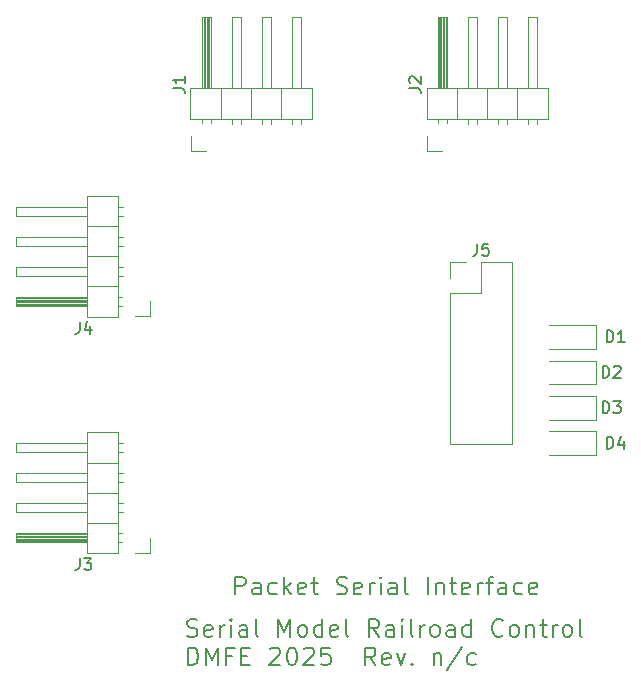
<source format=gbr>
%TF.GenerationSoftware,KiCad,Pcbnew,9.0.0*%
%TF.CreationDate,2025-03-24T14:11:43-07:00*%
%TF.ProjectId,SMRRC_PacketSerial,534d5252-435f-4506-9163-6b6574536572,n/c*%
%TF.SameCoordinates,Original*%
%TF.FileFunction,Legend,Top*%
%TF.FilePolarity,Positive*%
%FSLAX46Y46*%
G04 Gerber Fmt 4.6, Leading zero omitted, Abs format (unit mm)*
G04 Created by KiCad (PCBNEW 9.0.0) date 2025-03-24 14:11:43*
%MOMM*%
%LPD*%
G01*
G04 APERTURE LIST*
%ADD10C,0.187500*%
%ADD11C,0.150000*%
%ADD12C,0.120000*%
G04 APERTURE END LIST*
D10*
X113480497Y-93806678D02*
X113480497Y-92306678D01*
X113480497Y-92306678D02*
X114051926Y-92306678D01*
X114051926Y-92306678D02*
X114194783Y-92378107D01*
X114194783Y-92378107D02*
X114266212Y-92449535D01*
X114266212Y-92449535D02*
X114337640Y-92592392D01*
X114337640Y-92592392D02*
X114337640Y-92806678D01*
X114337640Y-92806678D02*
X114266212Y-92949535D01*
X114266212Y-92949535D02*
X114194783Y-93020964D01*
X114194783Y-93020964D02*
X114051926Y-93092392D01*
X114051926Y-93092392D02*
X113480497Y-93092392D01*
X115623355Y-93806678D02*
X115623355Y-93020964D01*
X115623355Y-93020964D02*
X115551926Y-92878107D01*
X115551926Y-92878107D02*
X115409069Y-92806678D01*
X115409069Y-92806678D02*
X115123355Y-92806678D01*
X115123355Y-92806678D02*
X114980497Y-92878107D01*
X115623355Y-93735250D02*
X115480497Y-93806678D01*
X115480497Y-93806678D02*
X115123355Y-93806678D01*
X115123355Y-93806678D02*
X114980497Y-93735250D01*
X114980497Y-93735250D02*
X114909069Y-93592392D01*
X114909069Y-93592392D02*
X114909069Y-93449535D01*
X114909069Y-93449535D02*
X114980497Y-93306678D01*
X114980497Y-93306678D02*
X115123355Y-93235250D01*
X115123355Y-93235250D02*
X115480497Y-93235250D01*
X115480497Y-93235250D02*
X115623355Y-93163821D01*
X116980498Y-93735250D02*
X116837640Y-93806678D01*
X116837640Y-93806678D02*
X116551926Y-93806678D01*
X116551926Y-93806678D02*
X116409069Y-93735250D01*
X116409069Y-93735250D02*
X116337640Y-93663821D01*
X116337640Y-93663821D02*
X116266212Y-93520964D01*
X116266212Y-93520964D02*
X116266212Y-93092392D01*
X116266212Y-93092392D02*
X116337640Y-92949535D01*
X116337640Y-92949535D02*
X116409069Y-92878107D01*
X116409069Y-92878107D02*
X116551926Y-92806678D01*
X116551926Y-92806678D02*
X116837640Y-92806678D01*
X116837640Y-92806678D02*
X116980498Y-92878107D01*
X117623354Y-93806678D02*
X117623354Y-92306678D01*
X117766212Y-93235250D02*
X118194783Y-93806678D01*
X118194783Y-92806678D02*
X117623354Y-93378107D01*
X119409069Y-93735250D02*
X119266212Y-93806678D01*
X119266212Y-93806678D02*
X118980498Y-93806678D01*
X118980498Y-93806678D02*
X118837640Y-93735250D01*
X118837640Y-93735250D02*
X118766212Y-93592392D01*
X118766212Y-93592392D02*
X118766212Y-93020964D01*
X118766212Y-93020964D02*
X118837640Y-92878107D01*
X118837640Y-92878107D02*
X118980498Y-92806678D01*
X118980498Y-92806678D02*
X119266212Y-92806678D01*
X119266212Y-92806678D02*
X119409069Y-92878107D01*
X119409069Y-92878107D02*
X119480498Y-93020964D01*
X119480498Y-93020964D02*
X119480498Y-93163821D01*
X119480498Y-93163821D02*
X118766212Y-93306678D01*
X119909069Y-92806678D02*
X120480497Y-92806678D01*
X120123354Y-92306678D02*
X120123354Y-93592392D01*
X120123354Y-93592392D02*
X120194783Y-93735250D01*
X120194783Y-93735250D02*
X120337640Y-93806678D01*
X120337640Y-93806678D02*
X120480497Y-93806678D01*
X122051926Y-93735250D02*
X122266212Y-93806678D01*
X122266212Y-93806678D02*
X122623354Y-93806678D01*
X122623354Y-93806678D02*
X122766212Y-93735250D01*
X122766212Y-93735250D02*
X122837640Y-93663821D01*
X122837640Y-93663821D02*
X122909069Y-93520964D01*
X122909069Y-93520964D02*
X122909069Y-93378107D01*
X122909069Y-93378107D02*
X122837640Y-93235250D01*
X122837640Y-93235250D02*
X122766212Y-93163821D01*
X122766212Y-93163821D02*
X122623354Y-93092392D01*
X122623354Y-93092392D02*
X122337640Y-93020964D01*
X122337640Y-93020964D02*
X122194783Y-92949535D01*
X122194783Y-92949535D02*
X122123354Y-92878107D01*
X122123354Y-92878107D02*
X122051926Y-92735250D01*
X122051926Y-92735250D02*
X122051926Y-92592392D01*
X122051926Y-92592392D02*
X122123354Y-92449535D01*
X122123354Y-92449535D02*
X122194783Y-92378107D01*
X122194783Y-92378107D02*
X122337640Y-92306678D01*
X122337640Y-92306678D02*
X122694783Y-92306678D01*
X122694783Y-92306678D02*
X122909069Y-92378107D01*
X124123354Y-93735250D02*
X123980497Y-93806678D01*
X123980497Y-93806678D02*
X123694783Y-93806678D01*
X123694783Y-93806678D02*
X123551925Y-93735250D01*
X123551925Y-93735250D02*
X123480497Y-93592392D01*
X123480497Y-93592392D02*
X123480497Y-93020964D01*
X123480497Y-93020964D02*
X123551925Y-92878107D01*
X123551925Y-92878107D02*
X123694783Y-92806678D01*
X123694783Y-92806678D02*
X123980497Y-92806678D01*
X123980497Y-92806678D02*
X124123354Y-92878107D01*
X124123354Y-92878107D02*
X124194783Y-93020964D01*
X124194783Y-93020964D02*
X124194783Y-93163821D01*
X124194783Y-93163821D02*
X123480497Y-93306678D01*
X124837639Y-93806678D02*
X124837639Y-92806678D01*
X124837639Y-93092392D02*
X124909068Y-92949535D01*
X124909068Y-92949535D02*
X124980497Y-92878107D01*
X124980497Y-92878107D02*
X125123354Y-92806678D01*
X125123354Y-92806678D02*
X125266211Y-92806678D01*
X125766210Y-93806678D02*
X125766210Y-92806678D01*
X125766210Y-92306678D02*
X125694782Y-92378107D01*
X125694782Y-92378107D02*
X125766210Y-92449535D01*
X125766210Y-92449535D02*
X125837639Y-92378107D01*
X125837639Y-92378107D02*
X125766210Y-92306678D01*
X125766210Y-92306678D02*
X125766210Y-92449535D01*
X127123354Y-93806678D02*
X127123354Y-93020964D01*
X127123354Y-93020964D02*
X127051925Y-92878107D01*
X127051925Y-92878107D02*
X126909068Y-92806678D01*
X126909068Y-92806678D02*
X126623354Y-92806678D01*
X126623354Y-92806678D02*
X126480496Y-92878107D01*
X127123354Y-93735250D02*
X126980496Y-93806678D01*
X126980496Y-93806678D02*
X126623354Y-93806678D01*
X126623354Y-93806678D02*
X126480496Y-93735250D01*
X126480496Y-93735250D02*
X126409068Y-93592392D01*
X126409068Y-93592392D02*
X126409068Y-93449535D01*
X126409068Y-93449535D02*
X126480496Y-93306678D01*
X126480496Y-93306678D02*
X126623354Y-93235250D01*
X126623354Y-93235250D02*
X126980496Y-93235250D01*
X126980496Y-93235250D02*
X127123354Y-93163821D01*
X128051925Y-93806678D02*
X127909068Y-93735250D01*
X127909068Y-93735250D02*
X127837639Y-93592392D01*
X127837639Y-93592392D02*
X127837639Y-92306678D01*
X129766210Y-93806678D02*
X129766210Y-92306678D01*
X130480496Y-92806678D02*
X130480496Y-93806678D01*
X130480496Y-92949535D02*
X130551925Y-92878107D01*
X130551925Y-92878107D02*
X130694782Y-92806678D01*
X130694782Y-92806678D02*
X130909068Y-92806678D01*
X130909068Y-92806678D02*
X131051925Y-92878107D01*
X131051925Y-92878107D02*
X131123354Y-93020964D01*
X131123354Y-93020964D02*
X131123354Y-93806678D01*
X131623354Y-92806678D02*
X132194782Y-92806678D01*
X131837639Y-92306678D02*
X131837639Y-93592392D01*
X131837639Y-93592392D02*
X131909068Y-93735250D01*
X131909068Y-93735250D02*
X132051925Y-93806678D01*
X132051925Y-93806678D02*
X132194782Y-93806678D01*
X133266211Y-93735250D02*
X133123354Y-93806678D01*
X133123354Y-93806678D02*
X132837640Y-93806678D01*
X132837640Y-93806678D02*
X132694782Y-93735250D01*
X132694782Y-93735250D02*
X132623354Y-93592392D01*
X132623354Y-93592392D02*
X132623354Y-93020964D01*
X132623354Y-93020964D02*
X132694782Y-92878107D01*
X132694782Y-92878107D02*
X132837640Y-92806678D01*
X132837640Y-92806678D02*
X133123354Y-92806678D01*
X133123354Y-92806678D02*
X133266211Y-92878107D01*
X133266211Y-92878107D02*
X133337640Y-93020964D01*
X133337640Y-93020964D02*
X133337640Y-93163821D01*
X133337640Y-93163821D02*
X132623354Y-93306678D01*
X133980496Y-93806678D02*
X133980496Y-92806678D01*
X133980496Y-93092392D02*
X134051925Y-92949535D01*
X134051925Y-92949535D02*
X134123354Y-92878107D01*
X134123354Y-92878107D02*
X134266211Y-92806678D01*
X134266211Y-92806678D02*
X134409068Y-92806678D01*
X134694782Y-92806678D02*
X135266210Y-92806678D01*
X134909067Y-93806678D02*
X134909067Y-92520964D01*
X134909067Y-92520964D02*
X134980496Y-92378107D01*
X134980496Y-92378107D02*
X135123353Y-92306678D01*
X135123353Y-92306678D02*
X135266210Y-92306678D01*
X136409068Y-93806678D02*
X136409068Y-93020964D01*
X136409068Y-93020964D02*
X136337639Y-92878107D01*
X136337639Y-92878107D02*
X136194782Y-92806678D01*
X136194782Y-92806678D02*
X135909068Y-92806678D01*
X135909068Y-92806678D02*
X135766210Y-92878107D01*
X136409068Y-93735250D02*
X136266210Y-93806678D01*
X136266210Y-93806678D02*
X135909068Y-93806678D01*
X135909068Y-93806678D02*
X135766210Y-93735250D01*
X135766210Y-93735250D02*
X135694782Y-93592392D01*
X135694782Y-93592392D02*
X135694782Y-93449535D01*
X135694782Y-93449535D02*
X135766210Y-93306678D01*
X135766210Y-93306678D02*
X135909068Y-93235250D01*
X135909068Y-93235250D02*
X136266210Y-93235250D01*
X136266210Y-93235250D02*
X136409068Y-93163821D01*
X137766211Y-93735250D02*
X137623353Y-93806678D01*
X137623353Y-93806678D02*
X137337639Y-93806678D01*
X137337639Y-93806678D02*
X137194782Y-93735250D01*
X137194782Y-93735250D02*
X137123353Y-93663821D01*
X137123353Y-93663821D02*
X137051925Y-93520964D01*
X137051925Y-93520964D02*
X137051925Y-93092392D01*
X137051925Y-93092392D02*
X137123353Y-92949535D01*
X137123353Y-92949535D02*
X137194782Y-92878107D01*
X137194782Y-92878107D02*
X137337639Y-92806678D01*
X137337639Y-92806678D02*
X137623353Y-92806678D01*
X137623353Y-92806678D02*
X137766211Y-92878107D01*
X138980496Y-93735250D02*
X138837639Y-93806678D01*
X138837639Y-93806678D02*
X138551925Y-93806678D01*
X138551925Y-93806678D02*
X138409067Y-93735250D01*
X138409067Y-93735250D02*
X138337639Y-93592392D01*
X138337639Y-93592392D02*
X138337639Y-93020964D01*
X138337639Y-93020964D02*
X138409067Y-92878107D01*
X138409067Y-92878107D02*
X138551925Y-92806678D01*
X138551925Y-92806678D02*
X138837639Y-92806678D01*
X138837639Y-92806678D02*
X138980496Y-92878107D01*
X138980496Y-92878107D02*
X139051925Y-93020964D01*
X139051925Y-93020964D02*
X139051925Y-93163821D01*
X139051925Y-93163821D02*
X138337639Y-93306678D01*
X109409069Y-97320334D02*
X109623355Y-97391762D01*
X109623355Y-97391762D02*
X109980497Y-97391762D01*
X109980497Y-97391762D02*
X110123355Y-97320334D01*
X110123355Y-97320334D02*
X110194783Y-97248905D01*
X110194783Y-97248905D02*
X110266212Y-97106048D01*
X110266212Y-97106048D02*
X110266212Y-96963191D01*
X110266212Y-96963191D02*
X110194783Y-96820334D01*
X110194783Y-96820334D02*
X110123355Y-96748905D01*
X110123355Y-96748905D02*
X109980497Y-96677476D01*
X109980497Y-96677476D02*
X109694783Y-96606048D01*
X109694783Y-96606048D02*
X109551926Y-96534619D01*
X109551926Y-96534619D02*
X109480497Y-96463191D01*
X109480497Y-96463191D02*
X109409069Y-96320334D01*
X109409069Y-96320334D02*
X109409069Y-96177476D01*
X109409069Y-96177476D02*
X109480497Y-96034619D01*
X109480497Y-96034619D02*
X109551926Y-95963191D01*
X109551926Y-95963191D02*
X109694783Y-95891762D01*
X109694783Y-95891762D02*
X110051926Y-95891762D01*
X110051926Y-95891762D02*
X110266212Y-95963191D01*
X111480497Y-97320334D02*
X111337640Y-97391762D01*
X111337640Y-97391762D02*
X111051926Y-97391762D01*
X111051926Y-97391762D02*
X110909068Y-97320334D01*
X110909068Y-97320334D02*
X110837640Y-97177476D01*
X110837640Y-97177476D02*
X110837640Y-96606048D01*
X110837640Y-96606048D02*
X110909068Y-96463191D01*
X110909068Y-96463191D02*
X111051926Y-96391762D01*
X111051926Y-96391762D02*
X111337640Y-96391762D01*
X111337640Y-96391762D02*
X111480497Y-96463191D01*
X111480497Y-96463191D02*
X111551926Y-96606048D01*
X111551926Y-96606048D02*
X111551926Y-96748905D01*
X111551926Y-96748905D02*
X110837640Y-96891762D01*
X112194782Y-97391762D02*
X112194782Y-96391762D01*
X112194782Y-96677476D02*
X112266211Y-96534619D01*
X112266211Y-96534619D02*
X112337640Y-96463191D01*
X112337640Y-96463191D02*
X112480497Y-96391762D01*
X112480497Y-96391762D02*
X112623354Y-96391762D01*
X113123353Y-97391762D02*
X113123353Y-96391762D01*
X113123353Y-95891762D02*
X113051925Y-95963191D01*
X113051925Y-95963191D02*
X113123353Y-96034619D01*
X113123353Y-96034619D02*
X113194782Y-95963191D01*
X113194782Y-95963191D02*
X113123353Y-95891762D01*
X113123353Y-95891762D02*
X113123353Y-96034619D01*
X114480497Y-97391762D02*
X114480497Y-96606048D01*
X114480497Y-96606048D02*
X114409068Y-96463191D01*
X114409068Y-96463191D02*
X114266211Y-96391762D01*
X114266211Y-96391762D02*
X113980497Y-96391762D01*
X113980497Y-96391762D02*
X113837639Y-96463191D01*
X114480497Y-97320334D02*
X114337639Y-97391762D01*
X114337639Y-97391762D02*
X113980497Y-97391762D01*
X113980497Y-97391762D02*
X113837639Y-97320334D01*
X113837639Y-97320334D02*
X113766211Y-97177476D01*
X113766211Y-97177476D02*
X113766211Y-97034619D01*
X113766211Y-97034619D02*
X113837639Y-96891762D01*
X113837639Y-96891762D02*
X113980497Y-96820334D01*
X113980497Y-96820334D02*
X114337639Y-96820334D01*
X114337639Y-96820334D02*
X114480497Y-96748905D01*
X115409068Y-97391762D02*
X115266211Y-97320334D01*
X115266211Y-97320334D02*
X115194782Y-97177476D01*
X115194782Y-97177476D02*
X115194782Y-95891762D01*
X117123353Y-97391762D02*
X117123353Y-95891762D01*
X117123353Y-95891762D02*
X117623353Y-96963191D01*
X117623353Y-96963191D02*
X118123353Y-95891762D01*
X118123353Y-95891762D02*
X118123353Y-97391762D01*
X119051925Y-97391762D02*
X118909068Y-97320334D01*
X118909068Y-97320334D02*
X118837639Y-97248905D01*
X118837639Y-97248905D02*
X118766211Y-97106048D01*
X118766211Y-97106048D02*
X118766211Y-96677476D01*
X118766211Y-96677476D02*
X118837639Y-96534619D01*
X118837639Y-96534619D02*
X118909068Y-96463191D01*
X118909068Y-96463191D02*
X119051925Y-96391762D01*
X119051925Y-96391762D02*
X119266211Y-96391762D01*
X119266211Y-96391762D02*
X119409068Y-96463191D01*
X119409068Y-96463191D02*
X119480497Y-96534619D01*
X119480497Y-96534619D02*
X119551925Y-96677476D01*
X119551925Y-96677476D02*
X119551925Y-97106048D01*
X119551925Y-97106048D02*
X119480497Y-97248905D01*
X119480497Y-97248905D02*
X119409068Y-97320334D01*
X119409068Y-97320334D02*
X119266211Y-97391762D01*
X119266211Y-97391762D02*
X119051925Y-97391762D01*
X120837640Y-97391762D02*
X120837640Y-95891762D01*
X120837640Y-97320334D02*
X120694782Y-97391762D01*
X120694782Y-97391762D02*
X120409068Y-97391762D01*
X120409068Y-97391762D02*
X120266211Y-97320334D01*
X120266211Y-97320334D02*
X120194782Y-97248905D01*
X120194782Y-97248905D02*
X120123354Y-97106048D01*
X120123354Y-97106048D02*
X120123354Y-96677476D01*
X120123354Y-96677476D02*
X120194782Y-96534619D01*
X120194782Y-96534619D02*
X120266211Y-96463191D01*
X120266211Y-96463191D02*
X120409068Y-96391762D01*
X120409068Y-96391762D02*
X120694782Y-96391762D01*
X120694782Y-96391762D02*
X120837640Y-96463191D01*
X122123354Y-97320334D02*
X121980497Y-97391762D01*
X121980497Y-97391762D02*
X121694783Y-97391762D01*
X121694783Y-97391762D02*
X121551925Y-97320334D01*
X121551925Y-97320334D02*
X121480497Y-97177476D01*
X121480497Y-97177476D02*
X121480497Y-96606048D01*
X121480497Y-96606048D02*
X121551925Y-96463191D01*
X121551925Y-96463191D02*
X121694783Y-96391762D01*
X121694783Y-96391762D02*
X121980497Y-96391762D01*
X121980497Y-96391762D02*
X122123354Y-96463191D01*
X122123354Y-96463191D02*
X122194783Y-96606048D01*
X122194783Y-96606048D02*
X122194783Y-96748905D01*
X122194783Y-96748905D02*
X121480497Y-96891762D01*
X123051925Y-97391762D02*
X122909068Y-97320334D01*
X122909068Y-97320334D02*
X122837639Y-97177476D01*
X122837639Y-97177476D02*
X122837639Y-95891762D01*
X125623353Y-97391762D02*
X125123353Y-96677476D01*
X124766210Y-97391762D02*
X124766210Y-95891762D01*
X124766210Y-95891762D02*
X125337639Y-95891762D01*
X125337639Y-95891762D02*
X125480496Y-95963191D01*
X125480496Y-95963191D02*
X125551925Y-96034619D01*
X125551925Y-96034619D02*
X125623353Y-96177476D01*
X125623353Y-96177476D02*
X125623353Y-96391762D01*
X125623353Y-96391762D02*
X125551925Y-96534619D01*
X125551925Y-96534619D02*
X125480496Y-96606048D01*
X125480496Y-96606048D02*
X125337639Y-96677476D01*
X125337639Y-96677476D02*
X124766210Y-96677476D01*
X126909068Y-97391762D02*
X126909068Y-96606048D01*
X126909068Y-96606048D02*
X126837639Y-96463191D01*
X126837639Y-96463191D02*
X126694782Y-96391762D01*
X126694782Y-96391762D02*
X126409068Y-96391762D01*
X126409068Y-96391762D02*
X126266210Y-96463191D01*
X126909068Y-97320334D02*
X126766210Y-97391762D01*
X126766210Y-97391762D02*
X126409068Y-97391762D01*
X126409068Y-97391762D02*
X126266210Y-97320334D01*
X126266210Y-97320334D02*
X126194782Y-97177476D01*
X126194782Y-97177476D02*
X126194782Y-97034619D01*
X126194782Y-97034619D02*
X126266210Y-96891762D01*
X126266210Y-96891762D02*
X126409068Y-96820334D01*
X126409068Y-96820334D02*
X126766210Y-96820334D01*
X126766210Y-96820334D02*
X126909068Y-96748905D01*
X127623353Y-97391762D02*
X127623353Y-96391762D01*
X127623353Y-95891762D02*
X127551925Y-95963191D01*
X127551925Y-95963191D02*
X127623353Y-96034619D01*
X127623353Y-96034619D02*
X127694782Y-95963191D01*
X127694782Y-95963191D02*
X127623353Y-95891762D01*
X127623353Y-95891762D02*
X127623353Y-96034619D01*
X128551925Y-97391762D02*
X128409068Y-97320334D01*
X128409068Y-97320334D02*
X128337639Y-97177476D01*
X128337639Y-97177476D02*
X128337639Y-95891762D01*
X129123353Y-97391762D02*
X129123353Y-96391762D01*
X129123353Y-96677476D02*
X129194782Y-96534619D01*
X129194782Y-96534619D02*
X129266211Y-96463191D01*
X129266211Y-96463191D02*
X129409068Y-96391762D01*
X129409068Y-96391762D02*
X129551925Y-96391762D01*
X130266210Y-97391762D02*
X130123353Y-97320334D01*
X130123353Y-97320334D02*
X130051924Y-97248905D01*
X130051924Y-97248905D02*
X129980496Y-97106048D01*
X129980496Y-97106048D02*
X129980496Y-96677476D01*
X129980496Y-96677476D02*
X130051924Y-96534619D01*
X130051924Y-96534619D02*
X130123353Y-96463191D01*
X130123353Y-96463191D02*
X130266210Y-96391762D01*
X130266210Y-96391762D02*
X130480496Y-96391762D01*
X130480496Y-96391762D02*
X130623353Y-96463191D01*
X130623353Y-96463191D02*
X130694782Y-96534619D01*
X130694782Y-96534619D02*
X130766210Y-96677476D01*
X130766210Y-96677476D02*
X130766210Y-97106048D01*
X130766210Y-97106048D02*
X130694782Y-97248905D01*
X130694782Y-97248905D02*
X130623353Y-97320334D01*
X130623353Y-97320334D02*
X130480496Y-97391762D01*
X130480496Y-97391762D02*
X130266210Y-97391762D01*
X132051925Y-97391762D02*
X132051925Y-96606048D01*
X132051925Y-96606048D02*
X131980496Y-96463191D01*
X131980496Y-96463191D02*
X131837639Y-96391762D01*
X131837639Y-96391762D02*
X131551925Y-96391762D01*
X131551925Y-96391762D02*
X131409067Y-96463191D01*
X132051925Y-97320334D02*
X131909067Y-97391762D01*
X131909067Y-97391762D02*
X131551925Y-97391762D01*
X131551925Y-97391762D02*
X131409067Y-97320334D01*
X131409067Y-97320334D02*
X131337639Y-97177476D01*
X131337639Y-97177476D02*
X131337639Y-97034619D01*
X131337639Y-97034619D02*
X131409067Y-96891762D01*
X131409067Y-96891762D02*
X131551925Y-96820334D01*
X131551925Y-96820334D02*
X131909067Y-96820334D01*
X131909067Y-96820334D02*
X132051925Y-96748905D01*
X133409068Y-97391762D02*
X133409068Y-95891762D01*
X133409068Y-97320334D02*
X133266210Y-97391762D01*
X133266210Y-97391762D02*
X132980496Y-97391762D01*
X132980496Y-97391762D02*
X132837639Y-97320334D01*
X132837639Y-97320334D02*
X132766210Y-97248905D01*
X132766210Y-97248905D02*
X132694782Y-97106048D01*
X132694782Y-97106048D02*
X132694782Y-96677476D01*
X132694782Y-96677476D02*
X132766210Y-96534619D01*
X132766210Y-96534619D02*
X132837639Y-96463191D01*
X132837639Y-96463191D02*
X132980496Y-96391762D01*
X132980496Y-96391762D02*
X133266210Y-96391762D01*
X133266210Y-96391762D02*
X133409068Y-96463191D01*
X136123353Y-97248905D02*
X136051925Y-97320334D01*
X136051925Y-97320334D02*
X135837639Y-97391762D01*
X135837639Y-97391762D02*
X135694782Y-97391762D01*
X135694782Y-97391762D02*
X135480496Y-97320334D01*
X135480496Y-97320334D02*
X135337639Y-97177476D01*
X135337639Y-97177476D02*
X135266210Y-97034619D01*
X135266210Y-97034619D02*
X135194782Y-96748905D01*
X135194782Y-96748905D02*
X135194782Y-96534619D01*
X135194782Y-96534619D02*
X135266210Y-96248905D01*
X135266210Y-96248905D02*
X135337639Y-96106048D01*
X135337639Y-96106048D02*
X135480496Y-95963191D01*
X135480496Y-95963191D02*
X135694782Y-95891762D01*
X135694782Y-95891762D02*
X135837639Y-95891762D01*
X135837639Y-95891762D02*
X136051925Y-95963191D01*
X136051925Y-95963191D02*
X136123353Y-96034619D01*
X136980496Y-97391762D02*
X136837639Y-97320334D01*
X136837639Y-97320334D02*
X136766210Y-97248905D01*
X136766210Y-97248905D02*
X136694782Y-97106048D01*
X136694782Y-97106048D02*
X136694782Y-96677476D01*
X136694782Y-96677476D02*
X136766210Y-96534619D01*
X136766210Y-96534619D02*
X136837639Y-96463191D01*
X136837639Y-96463191D02*
X136980496Y-96391762D01*
X136980496Y-96391762D02*
X137194782Y-96391762D01*
X137194782Y-96391762D02*
X137337639Y-96463191D01*
X137337639Y-96463191D02*
X137409068Y-96534619D01*
X137409068Y-96534619D02*
X137480496Y-96677476D01*
X137480496Y-96677476D02*
X137480496Y-97106048D01*
X137480496Y-97106048D02*
X137409068Y-97248905D01*
X137409068Y-97248905D02*
X137337639Y-97320334D01*
X137337639Y-97320334D02*
X137194782Y-97391762D01*
X137194782Y-97391762D02*
X136980496Y-97391762D01*
X138123353Y-96391762D02*
X138123353Y-97391762D01*
X138123353Y-96534619D02*
X138194782Y-96463191D01*
X138194782Y-96463191D02*
X138337639Y-96391762D01*
X138337639Y-96391762D02*
X138551925Y-96391762D01*
X138551925Y-96391762D02*
X138694782Y-96463191D01*
X138694782Y-96463191D02*
X138766211Y-96606048D01*
X138766211Y-96606048D02*
X138766211Y-97391762D01*
X139266211Y-96391762D02*
X139837639Y-96391762D01*
X139480496Y-95891762D02*
X139480496Y-97177476D01*
X139480496Y-97177476D02*
X139551925Y-97320334D01*
X139551925Y-97320334D02*
X139694782Y-97391762D01*
X139694782Y-97391762D02*
X139837639Y-97391762D01*
X140337639Y-97391762D02*
X140337639Y-96391762D01*
X140337639Y-96677476D02*
X140409068Y-96534619D01*
X140409068Y-96534619D02*
X140480497Y-96463191D01*
X140480497Y-96463191D02*
X140623354Y-96391762D01*
X140623354Y-96391762D02*
X140766211Y-96391762D01*
X141480496Y-97391762D02*
X141337639Y-97320334D01*
X141337639Y-97320334D02*
X141266210Y-97248905D01*
X141266210Y-97248905D02*
X141194782Y-97106048D01*
X141194782Y-97106048D02*
X141194782Y-96677476D01*
X141194782Y-96677476D02*
X141266210Y-96534619D01*
X141266210Y-96534619D02*
X141337639Y-96463191D01*
X141337639Y-96463191D02*
X141480496Y-96391762D01*
X141480496Y-96391762D02*
X141694782Y-96391762D01*
X141694782Y-96391762D02*
X141837639Y-96463191D01*
X141837639Y-96463191D02*
X141909068Y-96534619D01*
X141909068Y-96534619D02*
X141980496Y-96677476D01*
X141980496Y-96677476D02*
X141980496Y-97106048D01*
X141980496Y-97106048D02*
X141909068Y-97248905D01*
X141909068Y-97248905D02*
X141837639Y-97320334D01*
X141837639Y-97320334D02*
X141694782Y-97391762D01*
X141694782Y-97391762D02*
X141480496Y-97391762D01*
X142837639Y-97391762D02*
X142694782Y-97320334D01*
X142694782Y-97320334D02*
X142623353Y-97177476D01*
X142623353Y-97177476D02*
X142623353Y-95891762D01*
X109480497Y-99806678D02*
X109480497Y-98306678D01*
X109480497Y-98306678D02*
X109837640Y-98306678D01*
X109837640Y-98306678D02*
X110051926Y-98378107D01*
X110051926Y-98378107D02*
X110194783Y-98520964D01*
X110194783Y-98520964D02*
X110266212Y-98663821D01*
X110266212Y-98663821D02*
X110337640Y-98949535D01*
X110337640Y-98949535D02*
X110337640Y-99163821D01*
X110337640Y-99163821D02*
X110266212Y-99449535D01*
X110266212Y-99449535D02*
X110194783Y-99592392D01*
X110194783Y-99592392D02*
X110051926Y-99735250D01*
X110051926Y-99735250D02*
X109837640Y-99806678D01*
X109837640Y-99806678D02*
X109480497Y-99806678D01*
X110980497Y-99806678D02*
X110980497Y-98306678D01*
X110980497Y-98306678D02*
X111480497Y-99378107D01*
X111480497Y-99378107D02*
X111980497Y-98306678D01*
X111980497Y-98306678D02*
X111980497Y-99806678D01*
X113194783Y-99020964D02*
X112694783Y-99020964D01*
X112694783Y-99806678D02*
X112694783Y-98306678D01*
X112694783Y-98306678D02*
X113409069Y-98306678D01*
X113980497Y-99020964D02*
X114480497Y-99020964D01*
X114694783Y-99806678D02*
X113980497Y-99806678D01*
X113980497Y-99806678D02*
X113980497Y-98306678D01*
X113980497Y-98306678D02*
X114694783Y-98306678D01*
X116409069Y-98449535D02*
X116480497Y-98378107D01*
X116480497Y-98378107D02*
X116623355Y-98306678D01*
X116623355Y-98306678D02*
X116980497Y-98306678D01*
X116980497Y-98306678D02*
X117123355Y-98378107D01*
X117123355Y-98378107D02*
X117194783Y-98449535D01*
X117194783Y-98449535D02*
X117266212Y-98592392D01*
X117266212Y-98592392D02*
X117266212Y-98735250D01*
X117266212Y-98735250D02*
X117194783Y-98949535D01*
X117194783Y-98949535D02*
X116337640Y-99806678D01*
X116337640Y-99806678D02*
X117266212Y-99806678D01*
X118194783Y-98306678D02*
X118337640Y-98306678D01*
X118337640Y-98306678D02*
X118480497Y-98378107D01*
X118480497Y-98378107D02*
X118551926Y-98449535D01*
X118551926Y-98449535D02*
X118623354Y-98592392D01*
X118623354Y-98592392D02*
X118694783Y-98878107D01*
X118694783Y-98878107D02*
X118694783Y-99235250D01*
X118694783Y-99235250D02*
X118623354Y-99520964D01*
X118623354Y-99520964D02*
X118551926Y-99663821D01*
X118551926Y-99663821D02*
X118480497Y-99735250D01*
X118480497Y-99735250D02*
X118337640Y-99806678D01*
X118337640Y-99806678D02*
X118194783Y-99806678D01*
X118194783Y-99806678D02*
X118051926Y-99735250D01*
X118051926Y-99735250D02*
X117980497Y-99663821D01*
X117980497Y-99663821D02*
X117909068Y-99520964D01*
X117909068Y-99520964D02*
X117837640Y-99235250D01*
X117837640Y-99235250D02*
X117837640Y-98878107D01*
X117837640Y-98878107D02*
X117909068Y-98592392D01*
X117909068Y-98592392D02*
X117980497Y-98449535D01*
X117980497Y-98449535D02*
X118051926Y-98378107D01*
X118051926Y-98378107D02*
X118194783Y-98306678D01*
X119266211Y-98449535D02*
X119337639Y-98378107D01*
X119337639Y-98378107D02*
X119480497Y-98306678D01*
X119480497Y-98306678D02*
X119837639Y-98306678D01*
X119837639Y-98306678D02*
X119980497Y-98378107D01*
X119980497Y-98378107D02*
X120051925Y-98449535D01*
X120051925Y-98449535D02*
X120123354Y-98592392D01*
X120123354Y-98592392D02*
X120123354Y-98735250D01*
X120123354Y-98735250D02*
X120051925Y-98949535D01*
X120051925Y-98949535D02*
X119194782Y-99806678D01*
X119194782Y-99806678D02*
X120123354Y-99806678D01*
X121480496Y-98306678D02*
X120766210Y-98306678D01*
X120766210Y-98306678D02*
X120694782Y-99020964D01*
X120694782Y-99020964D02*
X120766210Y-98949535D01*
X120766210Y-98949535D02*
X120909068Y-98878107D01*
X120909068Y-98878107D02*
X121266210Y-98878107D01*
X121266210Y-98878107D02*
X121409068Y-98949535D01*
X121409068Y-98949535D02*
X121480496Y-99020964D01*
X121480496Y-99020964D02*
X121551925Y-99163821D01*
X121551925Y-99163821D02*
X121551925Y-99520964D01*
X121551925Y-99520964D02*
X121480496Y-99663821D01*
X121480496Y-99663821D02*
X121409068Y-99735250D01*
X121409068Y-99735250D02*
X121266210Y-99806678D01*
X121266210Y-99806678D02*
X120909068Y-99806678D01*
X120909068Y-99806678D02*
X120766210Y-99735250D01*
X120766210Y-99735250D02*
X120694782Y-99663821D01*
X125337638Y-99806678D02*
X124837638Y-99092392D01*
X124480495Y-99806678D02*
X124480495Y-98306678D01*
X124480495Y-98306678D02*
X125051924Y-98306678D01*
X125051924Y-98306678D02*
X125194781Y-98378107D01*
X125194781Y-98378107D02*
X125266210Y-98449535D01*
X125266210Y-98449535D02*
X125337638Y-98592392D01*
X125337638Y-98592392D02*
X125337638Y-98806678D01*
X125337638Y-98806678D02*
X125266210Y-98949535D01*
X125266210Y-98949535D02*
X125194781Y-99020964D01*
X125194781Y-99020964D02*
X125051924Y-99092392D01*
X125051924Y-99092392D02*
X124480495Y-99092392D01*
X126551924Y-99735250D02*
X126409067Y-99806678D01*
X126409067Y-99806678D02*
X126123353Y-99806678D01*
X126123353Y-99806678D02*
X125980495Y-99735250D01*
X125980495Y-99735250D02*
X125909067Y-99592392D01*
X125909067Y-99592392D02*
X125909067Y-99020964D01*
X125909067Y-99020964D02*
X125980495Y-98878107D01*
X125980495Y-98878107D02*
X126123353Y-98806678D01*
X126123353Y-98806678D02*
X126409067Y-98806678D01*
X126409067Y-98806678D02*
X126551924Y-98878107D01*
X126551924Y-98878107D02*
X126623353Y-99020964D01*
X126623353Y-99020964D02*
X126623353Y-99163821D01*
X126623353Y-99163821D02*
X125909067Y-99306678D01*
X127123352Y-98806678D02*
X127480495Y-99806678D01*
X127480495Y-99806678D02*
X127837638Y-98806678D01*
X128409066Y-99663821D02*
X128480495Y-99735250D01*
X128480495Y-99735250D02*
X128409066Y-99806678D01*
X128409066Y-99806678D02*
X128337638Y-99735250D01*
X128337638Y-99735250D02*
X128409066Y-99663821D01*
X128409066Y-99663821D02*
X128409066Y-99806678D01*
X130266209Y-98806678D02*
X130266209Y-99806678D01*
X130266209Y-98949535D02*
X130337638Y-98878107D01*
X130337638Y-98878107D02*
X130480495Y-98806678D01*
X130480495Y-98806678D02*
X130694781Y-98806678D01*
X130694781Y-98806678D02*
X130837638Y-98878107D01*
X130837638Y-98878107D02*
X130909067Y-99020964D01*
X130909067Y-99020964D02*
X130909067Y-99806678D01*
X132694781Y-98235250D02*
X131409067Y-100163821D01*
X133837639Y-99735250D02*
X133694781Y-99806678D01*
X133694781Y-99806678D02*
X133409067Y-99806678D01*
X133409067Y-99806678D02*
X133266210Y-99735250D01*
X133266210Y-99735250D02*
X133194781Y-99663821D01*
X133194781Y-99663821D02*
X133123353Y-99520964D01*
X133123353Y-99520964D02*
X133123353Y-99092392D01*
X133123353Y-99092392D02*
X133194781Y-98949535D01*
X133194781Y-98949535D02*
X133266210Y-98878107D01*
X133266210Y-98878107D02*
X133409067Y-98806678D01*
X133409067Y-98806678D02*
X133694781Y-98806678D01*
X133694781Y-98806678D02*
X133837639Y-98878107D01*
D11*
X133936666Y-64124819D02*
X133936666Y-64839104D01*
X133936666Y-64839104D02*
X133889047Y-64981961D01*
X133889047Y-64981961D02*
X133793809Y-65077200D01*
X133793809Y-65077200D02*
X133650952Y-65124819D01*
X133650952Y-65124819D02*
X133555714Y-65124819D01*
X134889047Y-64124819D02*
X134412857Y-64124819D01*
X134412857Y-64124819D02*
X134365238Y-64601009D01*
X134365238Y-64601009D02*
X134412857Y-64553390D01*
X134412857Y-64553390D02*
X134508095Y-64505771D01*
X134508095Y-64505771D02*
X134746190Y-64505771D01*
X134746190Y-64505771D02*
X134841428Y-64553390D01*
X134841428Y-64553390D02*
X134889047Y-64601009D01*
X134889047Y-64601009D02*
X134936666Y-64696247D01*
X134936666Y-64696247D02*
X134936666Y-64934342D01*
X134936666Y-64934342D02*
X134889047Y-65029580D01*
X134889047Y-65029580D02*
X134841428Y-65077200D01*
X134841428Y-65077200D02*
X134746190Y-65124819D01*
X134746190Y-65124819D02*
X134508095Y-65124819D01*
X134508095Y-65124819D02*
X134412857Y-65077200D01*
X134412857Y-65077200D02*
X134365238Y-65029580D01*
X100281666Y-70724819D02*
X100281666Y-71439104D01*
X100281666Y-71439104D02*
X100234047Y-71581961D01*
X100234047Y-71581961D02*
X100138809Y-71677200D01*
X100138809Y-71677200D02*
X99995952Y-71724819D01*
X99995952Y-71724819D02*
X99900714Y-71724819D01*
X101186428Y-71058152D02*
X101186428Y-71724819D01*
X100948333Y-70677200D02*
X100710238Y-71391485D01*
X100710238Y-71391485D02*
X101329285Y-71391485D01*
X100281666Y-90724819D02*
X100281666Y-91439104D01*
X100281666Y-91439104D02*
X100234047Y-91581961D01*
X100234047Y-91581961D02*
X100138809Y-91677200D01*
X100138809Y-91677200D02*
X99995952Y-91724819D01*
X99995952Y-91724819D02*
X99900714Y-91724819D01*
X100662619Y-90724819D02*
X101281666Y-90724819D01*
X101281666Y-90724819D02*
X100948333Y-91105771D01*
X100948333Y-91105771D02*
X101091190Y-91105771D01*
X101091190Y-91105771D02*
X101186428Y-91153390D01*
X101186428Y-91153390D02*
X101234047Y-91201009D01*
X101234047Y-91201009D02*
X101281666Y-91296247D01*
X101281666Y-91296247D02*
X101281666Y-91534342D01*
X101281666Y-91534342D02*
X101234047Y-91629580D01*
X101234047Y-91629580D02*
X101186428Y-91677200D01*
X101186428Y-91677200D02*
X101091190Y-91724819D01*
X101091190Y-91724819D02*
X100805476Y-91724819D01*
X100805476Y-91724819D02*
X100710238Y-91677200D01*
X100710238Y-91677200D02*
X100662619Y-91629580D01*
X128184819Y-50948333D02*
X128899104Y-50948333D01*
X128899104Y-50948333D02*
X129041961Y-50995952D01*
X129041961Y-50995952D02*
X129137200Y-51091190D01*
X129137200Y-51091190D02*
X129184819Y-51234047D01*
X129184819Y-51234047D02*
X129184819Y-51329285D01*
X128280057Y-50519761D02*
X128232438Y-50472142D01*
X128232438Y-50472142D02*
X128184819Y-50376904D01*
X128184819Y-50376904D02*
X128184819Y-50138809D01*
X128184819Y-50138809D02*
X128232438Y-50043571D01*
X128232438Y-50043571D02*
X128280057Y-49995952D01*
X128280057Y-49995952D02*
X128375295Y-49948333D01*
X128375295Y-49948333D02*
X128470533Y-49948333D01*
X128470533Y-49948333D02*
X128613390Y-49995952D01*
X128613390Y-49995952D02*
X129184819Y-50567380D01*
X129184819Y-50567380D02*
X129184819Y-49948333D01*
X108184819Y-50948333D02*
X108899104Y-50948333D01*
X108899104Y-50948333D02*
X109041961Y-50995952D01*
X109041961Y-50995952D02*
X109137200Y-51091190D01*
X109137200Y-51091190D02*
X109184819Y-51234047D01*
X109184819Y-51234047D02*
X109184819Y-51329285D01*
X109184819Y-49948333D02*
X109184819Y-50519761D01*
X109184819Y-50234047D02*
X108184819Y-50234047D01*
X108184819Y-50234047D02*
X108327676Y-50329285D01*
X108327676Y-50329285D02*
X108422914Y-50424523D01*
X108422914Y-50424523D02*
X108470533Y-50519761D01*
X144911905Y-81454819D02*
X144911905Y-80454819D01*
X144911905Y-80454819D02*
X145150000Y-80454819D01*
X145150000Y-80454819D02*
X145292857Y-80502438D01*
X145292857Y-80502438D02*
X145388095Y-80597676D01*
X145388095Y-80597676D02*
X145435714Y-80692914D01*
X145435714Y-80692914D02*
X145483333Y-80883390D01*
X145483333Y-80883390D02*
X145483333Y-81026247D01*
X145483333Y-81026247D02*
X145435714Y-81216723D01*
X145435714Y-81216723D02*
X145388095Y-81311961D01*
X145388095Y-81311961D02*
X145292857Y-81407200D01*
X145292857Y-81407200D02*
X145150000Y-81454819D01*
X145150000Y-81454819D02*
X144911905Y-81454819D01*
X146340476Y-80788152D02*
X146340476Y-81454819D01*
X146102381Y-80407200D02*
X145864286Y-81121485D01*
X145864286Y-81121485D02*
X146483333Y-81121485D01*
X144561905Y-78454819D02*
X144561905Y-77454819D01*
X144561905Y-77454819D02*
X144800000Y-77454819D01*
X144800000Y-77454819D02*
X144942857Y-77502438D01*
X144942857Y-77502438D02*
X145038095Y-77597676D01*
X145038095Y-77597676D02*
X145085714Y-77692914D01*
X145085714Y-77692914D02*
X145133333Y-77883390D01*
X145133333Y-77883390D02*
X145133333Y-78026247D01*
X145133333Y-78026247D02*
X145085714Y-78216723D01*
X145085714Y-78216723D02*
X145038095Y-78311961D01*
X145038095Y-78311961D02*
X144942857Y-78407200D01*
X144942857Y-78407200D02*
X144800000Y-78454819D01*
X144800000Y-78454819D02*
X144561905Y-78454819D01*
X145466667Y-77454819D02*
X146085714Y-77454819D01*
X146085714Y-77454819D02*
X145752381Y-77835771D01*
X145752381Y-77835771D02*
X145895238Y-77835771D01*
X145895238Y-77835771D02*
X145990476Y-77883390D01*
X145990476Y-77883390D02*
X146038095Y-77931009D01*
X146038095Y-77931009D02*
X146085714Y-78026247D01*
X146085714Y-78026247D02*
X146085714Y-78264342D01*
X146085714Y-78264342D02*
X146038095Y-78359580D01*
X146038095Y-78359580D02*
X145990476Y-78407200D01*
X145990476Y-78407200D02*
X145895238Y-78454819D01*
X145895238Y-78454819D02*
X145609524Y-78454819D01*
X145609524Y-78454819D02*
X145514286Y-78407200D01*
X145514286Y-78407200D02*
X145466667Y-78359580D01*
X144561905Y-75454819D02*
X144561905Y-74454819D01*
X144561905Y-74454819D02*
X144800000Y-74454819D01*
X144800000Y-74454819D02*
X144942857Y-74502438D01*
X144942857Y-74502438D02*
X145038095Y-74597676D01*
X145038095Y-74597676D02*
X145085714Y-74692914D01*
X145085714Y-74692914D02*
X145133333Y-74883390D01*
X145133333Y-74883390D02*
X145133333Y-75026247D01*
X145133333Y-75026247D02*
X145085714Y-75216723D01*
X145085714Y-75216723D02*
X145038095Y-75311961D01*
X145038095Y-75311961D02*
X144942857Y-75407200D01*
X144942857Y-75407200D02*
X144800000Y-75454819D01*
X144800000Y-75454819D02*
X144561905Y-75454819D01*
X145514286Y-74550057D02*
X145561905Y-74502438D01*
X145561905Y-74502438D02*
X145657143Y-74454819D01*
X145657143Y-74454819D02*
X145895238Y-74454819D01*
X145895238Y-74454819D02*
X145990476Y-74502438D01*
X145990476Y-74502438D02*
X146038095Y-74550057D01*
X146038095Y-74550057D02*
X146085714Y-74645295D01*
X146085714Y-74645295D02*
X146085714Y-74740533D01*
X146085714Y-74740533D02*
X146038095Y-74883390D01*
X146038095Y-74883390D02*
X145466667Y-75454819D01*
X145466667Y-75454819D02*
X146085714Y-75454819D01*
X144911905Y-72454819D02*
X144911905Y-71454819D01*
X144911905Y-71454819D02*
X145150000Y-71454819D01*
X145150000Y-71454819D02*
X145292857Y-71502438D01*
X145292857Y-71502438D02*
X145388095Y-71597676D01*
X145388095Y-71597676D02*
X145435714Y-71692914D01*
X145435714Y-71692914D02*
X145483333Y-71883390D01*
X145483333Y-71883390D02*
X145483333Y-72026247D01*
X145483333Y-72026247D02*
X145435714Y-72216723D01*
X145435714Y-72216723D02*
X145388095Y-72311961D01*
X145388095Y-72311961D02*
X145292857Y-72407200D01*
X145292857Y-72407200D02*
X145150000Y-72454819D01*
X145150000Y-72454819D02*
X144911905Y-72454819D01*
X146435714Y-72454819D02*
X145864286Y-72454819D01*
X146150000Y-72454819D02*
X146150000Y-71454819D01*
X146150000Y-71454819D02*
X146054762Y-71597676D01*
X146054762Y-71597676D02*
X145959524Y-71692914D01*
X145959524Y-71692914D02*
X145864286Y-71740533D01*
D12*
%TO.C,J5*%
X131670000Y-65670000D02*
X133000000Y-65670000D01*
X131670000Y-67000000D02*
X131670000Y-65670000D01*
X131670000Y-68270000D02*
X131670000Y-81030000D01*
X131670000Y-68270000D02*
X134270000Y-68270000D01*
X131670000Y-81030000D02*
X136870000Y-81030000D01*
X134270000Y-65670000D02*
X136870000Y-65670000D01*
X134270000Y-68270000D02*
X134270000Y-65670000D01*
X136870000Y-65670000D02*
X136870000Y-81030000D01*
%TO.C,J4*%
X106270000Y-70270000D02*
X105000000Y-70270000D01*
X106270000Y-69000000D02*
X106270000Y-70270000D01*
X103957071Y-66840000D02*
X103560000Y-66840000D01*
X103957071Y-66080000D02*
X103560000Y-66080000D01*
X103957071Y-64300000D02*
X103560000Y-64300000D01*
X103957071Y-63540000D02*
X103560000Y-63540000D01*
X103957071Y-61760000D02*
X103560000Y-61760000D01*
X103957071Y-61000000D02*
X103560000Y-61000000D01*
X103890000Y-69380000D02*
X103560000Y-69380000D01*
X103890000Y-68620000D02*
X103560000Y-68620000D01*
X103560000Y-70330000D02*
X103560000Y-60050000D01*
X103560000Y-67730000D02*
X100900000Y-67730000D01*
X103560000Y-65190000D02*
X100900000Y-65190000D01*
X103560000Y-62650000D02*
X100900000Y-62650000D01*
X103560000Y-60050000D02*
X100900000Y-60050000D01*
X100900000Y-70330000D02*
X103560000Y-70330000D01*
X100900000Y-69380000D02*
X94900000Y-69380000D01*
X100900000Y-69320000D02*
X94900000Y-69320000D01*
X100900000Y-69200000D02*
X94900000Y-69200000D01*
X100900000Y-69080000D02*
X94900000Y-69080000D01*
X100900000Y-68960000D02*
X94900000Y-68960000D01*
X100900000Y-68840000D02*
X94900000Y-68840000D01*
X100900000Y-68720000D02*
X94900000Y-68720000D01*
X100900000Y-66840000D02*
X94900000Y-66840000D01*
X100900000Y-64300000D02*
X94900000Y-64300000D01*
X100900000Y-61760000D02*
X94900000Y-61760000D01*
X100900000Y-60050000D02*
X100900000Y-70330000D01*
X94900000Y-69380000D02*
X94900000Y-68620000D01*
X94900000Y-68620000D02*
X100900000Y-68620000D01*
X94900000Y-66840000D02*
X94900000Y-66080000D01*
X94900000Y-66080000D02*
X100900000Y-66080000D01*
X94900000Y-64300000D02*
X94900000Y-63540000D01*
X94900000Y-63540000D02*
X100900000Y-63540000D01*
X94900000Y-61760000D02*
X94900000Y-61000000D01*
X94900000Y-61000000D02*
X100900000Y-61000000D01*
%TO.C,J3*%
X106270000Y-90270000D02*
X105000000Y-90270000D01*
X106270000Y-89000000D02*
X106270000Y-90270000D01*
X103957071Y-86840000D02*
X103560000Y-86840000D01*
X103957071Y-86080000D02*
X103560000Y-86080000D01*
X103957071Y-84300000D02*
X103560000Y-84300000D01*
X103957071Y-83540000D02*
X103560000Y-83540000D01*
X103957071Y-81760000D02*
X103560000Y-81760000D01*
X103957071Y-81000000D02*
X103560000Y-81000000D01*
X103890000Y-89380000D02*
X103560000Y-89380000D01*
X103890000Y-88620000D02*
X103560000Y-88620000D01*
X103560000Y-90330000D02*
X103560000Y-80050000D01*
X103560000Y-87730000D02*
X100900000Y-87730000D01*
X103560000Y-85190000D02*
X100900000Y-85190000D01*
X103560000Y-82650000D02*
X100900000Y-82650000D01*
X103560000Y-80050000D02*
X100900000Y-80050000D01*
X100900000Y-90330000D02*
X103560000Y-90330000D01*
X100900000Y-89380000D02*
X94900000Y-89380000D01*
X100900000Y-89320000D02*
X94900000Y-89320000D01*
X100900000Y-89200000D02*
X94900000Y-89200000D01*
X100900000Y-89080000D02*
X94900000Y-89080000D01*
X100900000Y-88960000D02*
X94900000Y-88960000D01*
X100900000Y-88840000D02*
X94900000Y-88840000D01*
X100900000Y-88720000D02*
X94900000Y-88720000D01*
X100900000Y-86840000D02*
X94900000Y-86840000D01*
X100900000Y-84300000D02*
X94900000Y-84300000D01*
X100900000Y-81760000D02*
X94900000Y-81760000D01*
X100900000Y-80050000D02*
X100900000Y-90330000D01*
X94900000Y-89380000D02*
X94900000Y-88620000D01*
X94900000Y-88620000D02*
X100900000Y-88620000D01*
X94900000Y-86840000D02*
X94900000Y-86080000D01*
X94900000Y-86080000D02*
X100900000Y-86080000D01*
X94900000Y-84300000D02*
X94900000Y-83540000D01*
X94900000Y-83540000D02*
X100900000Y-83540000D01*
X94900000Y-81760000D02*
X94900000Y-81000000D01*
X94900000Y-81000000D02*
X100900000Y-81000000D01*
%TO.C,J2*%
X129730000Y-56270000D02*
X129730000Y-55000000D01*
X131000000Y-56270000D02*
X129730000Y-56270000D01*
X133160000Y-53957071D02*
X133160000Y-53560000D01*
X133920000Y-53957071D02*
X133920000Y-53560000D01*
X135700000Y-53957071D02*
X135700000Y-53560000D01*
X136460000Y-53957071D02*
X136460000Y-53560000D01*
X138240000Y-53957071D02*
X138240000Y-53560000D01*
X139000000Y-53957071D02*
X139000000Y-53560000D01*
X130620000Y-53890000D02*
X130620000Y-53560000D01*
X131380000Y-53890000D02*
X131380000Y-53560000D01*
X129670000Y-53560000D02*
X139950000Y-53560000D01*
X132270000Y-53560000D02*
X132270000Y-50900000D01*
X134810000Y-53560000D02*
X134810000Y-50900000D01*
X137350000Y-53560000D02*
X137350000Y-50900000D01*
X139950000Y-53560000D02*
X139950000Y-50900000D01*
X129670000Y-50900000D02*
X129670000Y-53560000D01*
X130620000Y-50900000D02*
X130620000Y-44900000D01*
X130680000Y-50900000D02*
X130680000Y-44900000D01*
X130800000Y-50900000D02*
X130800000Y-44900000D01*
X130920000Y-50900000D02*
X130920000Y-44900000D01*
X131040000Y-50900000D02*
X131040000Y-44900000D01*
X131160000Y-50900000D02*
X131160000Y-44900000D01*
X131280000Y-50900000D02*
X131280000Y-44900000D01*
X133160000Y-50900000D02*
X133160000Y-44900000D01*
X135700000Y-50900000D02*
X135700000Y-44900000D01*
X138240000Y-50900000D02*
X138240000Y-44900000D01*
X139950000Y-50900000D02*
X129670000Y-50900000D01*
X130620000Y-44900000D02*
X131380000Y-44900000D01*
X131380000Y-44900000D02*
X131380000Y-50900000D01*
X133160000Y-44900000D02*
X133920000Y-44900000D01*
X133920000Y-44900000D02*
X133920000Y-50900000D01*
X135700000Y-44900000D02*
X136460000Y-44900000D01*
X136460000Y-44900000D02*
X136460000Y-50900000D01*
X138240000Y-44900000D02*
X139000000Y-44900000D01*
X139000000Y-44900000D02*
X139000000Y-50900000D01*
%TO.C,J1*%
X109730000Y-56270000D02*
X109730000Y-55000000D01*
X111000000Y-56270000D02*
X109730000Y-56270000D01*
X113160000Y-53957071D02*
X113160000Y-53560000D01*
X113920000Y-53957071D02*
X113920000Y-53560000D01*
X115700000Y-53957071D02*
X115700000Y-53560000D01*
X116460000Y-53957071D02*
X116460000Y-53560000D01*
X118240000Y-53957071D02*
X118240000Y-53560000D01*
X119000000Y-53957071D02*
X119000000Y-53560000D01*
X110620000Y-53890000D02*
X110620000Y-53560000D01*
X111380000Y-53890000D02*
X111380000Y-53560000D01*
X109670000Y-53560000D02*
X119950000Y-53560000D01*
X112270000Y-53560000D02*
X112270000Y-50900000D01*
X114810000Y-53560000D02*
X114810000Y-50900000D01*
X117350000Y-53560000D02*
X117350000Y-50900000D01*
X119950000Y-53560000D02*
X119950000Y-50900000D01*
X109670000Y-50900000D02*
X109670000Y-53560000D01*
X110620000Y-50900000D02*
X110620000Y-44900000D01*
X110680000Y-50900000D02*
X110680000Y-44900000D01*
X110800000Y-50900000D02*
X110800000Y-44900000D01*
X110920000Y-50900000D02*
X110920000Y-44900000D01*
X111040000Y-50900000D02*
X111040000Y-44900000D01*
X111160000Y-50900000D02*
X111160000Y-44900000D01*
X111280000Y-50900000D02*
X111280000Y-44900000D01*
X113160000Y-50900000D02*
X113160000Y-44900000D01*
X115700000Y-50900000D02*
X115700000Y-44900000D01*
X118240000Y-50900000D02*
X118240000Y-44900000D01*
X119950000Y-50900000D02*
X109670000Y-50900000D01*
X110620000Y-44900000D02*
X111380000Y-44900000D01*
X111380000Y-44900000D02*
X111380000Y-50900000D01*
X113160000Y-44900000D02*
X113920000Y-44900000D01*
X113920000Y-44900000D02*
X113920000Y-50900000D01*
X115700000Y-44900000D02*
X116460000Y-44900000D01*
X116460000Y-44900000D02*
X116460000Y-50900000D01*
X118240000Y-44900000D02*
X119000000Y-44900000D01*
X119000000Y-44900000D02*
X119000000Y-50900000D01*
%TO.C,D4*%
X144010000Y-82000000D02*
X144010000Y-80000000D01*
X144010000Y-82000000D02*
X140000000Y-82000000D01*
X144010000Y-80000000D02*
X140000000Y-80000000D01*
%TO.C,D3*%
X144010000Y-79000000D02*
X144010000Y-77000000D01*
X144010000Y-79000000D02*
X140000000Y-79000000D01*
X144010000Y-77000000D02*
X140000000Y-77000000D01*
%TO.C,D2*%
X144010000Y-76000000D02*
X144010000Y-74000000D01*
X144010000Y-76000000D02*
X140000000Y-76000000D01*
X144010000Y-74000000D02*
X140000000Y-74000000D01*
%TO.C,D1*%
X144010000Y-73000000D02*
X144010000Y-71000000D01*
X144010000Y-73000000D02*
X140000000Y-73000000D01*
X144010000Y-71000000D02*
X140000000Y-71000000D01*
%TD*%
M02*

</source>
